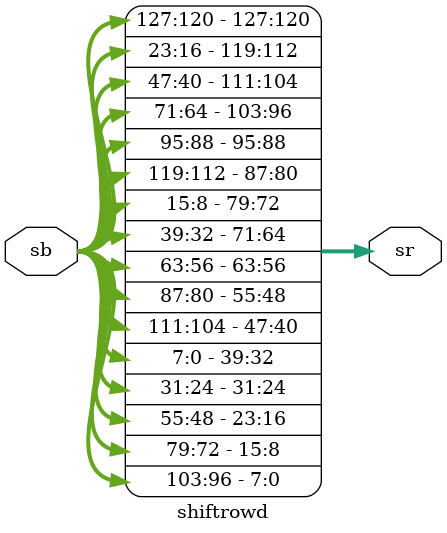
<source format=v>
`timescale 1ns / 1ps

module shiftrowd(sb,sr);

input [127:0] sb;
output [127:0] sr;

assign         sr[127:120] = sb[127:120];  
assign         sr[87:80] = sb[119:112];
assign         sr[47:40] = sb[111:104];
assign         sr[7:0] = sb[103:96];
   
assign          sr[95:88] = sb[95:88];
assign          sr[55:48] = sb[87:80];
assign          sr[15:8] = sb[79:72];
assign          sr[103:96] = sb[71:64];
   
assign          sr[63:56] = sb[63:56];
assign          sr[23:16] = sb[55:48];
assign          sr[111:104] = sb[47:40];
assign          sr[71:64] = sb[39:32];
   
assign          sr[31:24] = sb[31:24];
assign          sr[119:112] = sb[23:16];
assign          sr[79:72] = sb[15:8];
assign          sr[39:32] = sb[7:0]; 


endmodule

</source>
